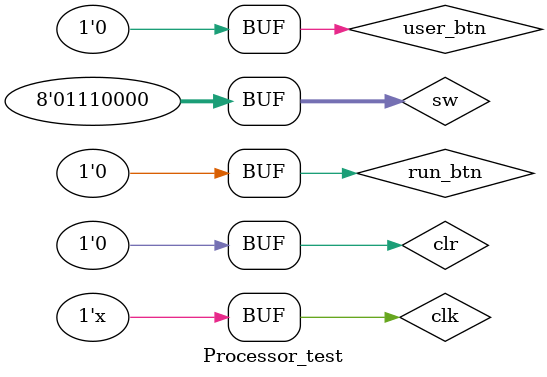
<source format=v>
`timescale 1ns / 1ps


module Processor_test;

	// Inputs
	reg [7:0] sw;
	reg user_btn;
	reg run_btn;
	reg clr;
	reg clk;

	// Outputs
	wire [3:0] led;

	// Instantiate the Unit Under Test (UUT)
	Processor uut (
		.sw(sw), 
		.btn({run_btn, user_btn}),
		.clr(clr), 
		.clk(clk), 
		.led(led)
	);
	
	// define OPs and FUNCTs
	localparam LOAD		= 8'b00000000;
	localparam STORE		= 8'b01000000;
	localparam MOVE		= 8'b10000000;
	localparam ADD			= 8'b11000000;
	localparam SUB			= 8'b11000001;
	localparam AND			= 8'b11000010;
	localparam NOT			= 8'b11000011;
	
	// define X parameters
	localparam X0			= 8'b00000000;
	localparam X1			= 8'b00010000;
	localparam X2			= 8'b00100000;
	localparam X3			= 8'b00110000;
	
	// define Y parameters
	localparam Y0			= 8'b00000000;
	localparam Y1			= 8'b00000100;
	localparam Y2			= 8'b00001000;
	localparam Y3			= 8'b00001100;
	
	initial begin
		// Initialize Inputs
		sw = 0;
		user_btn = 0;
		run_btn = 0;
		clr = 0;
		clk = 0;

		// Wait 100 ns for global reset to finish
		#100
        
		// Add stimulus here
		clr = 1;
		#13
		clr = 0;
		
		#200
		sw = LOAD + X0 + 4'b0001; // load 1 into R0
		user_btn = 1;
		#20;
		user_btn = 0;
		
		#200 // run the program stored in memory
		run_btn = 1;
		#20
		run_btn = 0;
		
		#400
		sw = STORE + X0; // display R0
		user_btn = 1;
		#20;
		user_btn = 0;
		
		#200
		// check the output
		if(led != 4'b1111)
			$display("Register 0 failed.");
		
		#200
		sw = STORE + X1; // display R1
		user_btn = 1;
		#20;
		user_btn = 0;
		
		#200
		// check the output
		if(led != 4'b1111)
			$display("Register 1 failed.");
		
		#200
		sw = STORE + X2; // display R2
		user_btn = 1;
		#20;
		user_btn = 0;
		
		#200
		// check the output
		if(led != 4'b1111)
			$display("Register 2 failed.");
		
		#200
		sw = STORE + X3; // display R3
		user_btn = 1;
		#20;
		user_btn = 0;
		
		#200
		// check the output
		if(led != 4'b1111)
			$display("Register 3 failed.");
	end
	
	always
		#5 clk = ~clk;
      
endmodule


</source>
